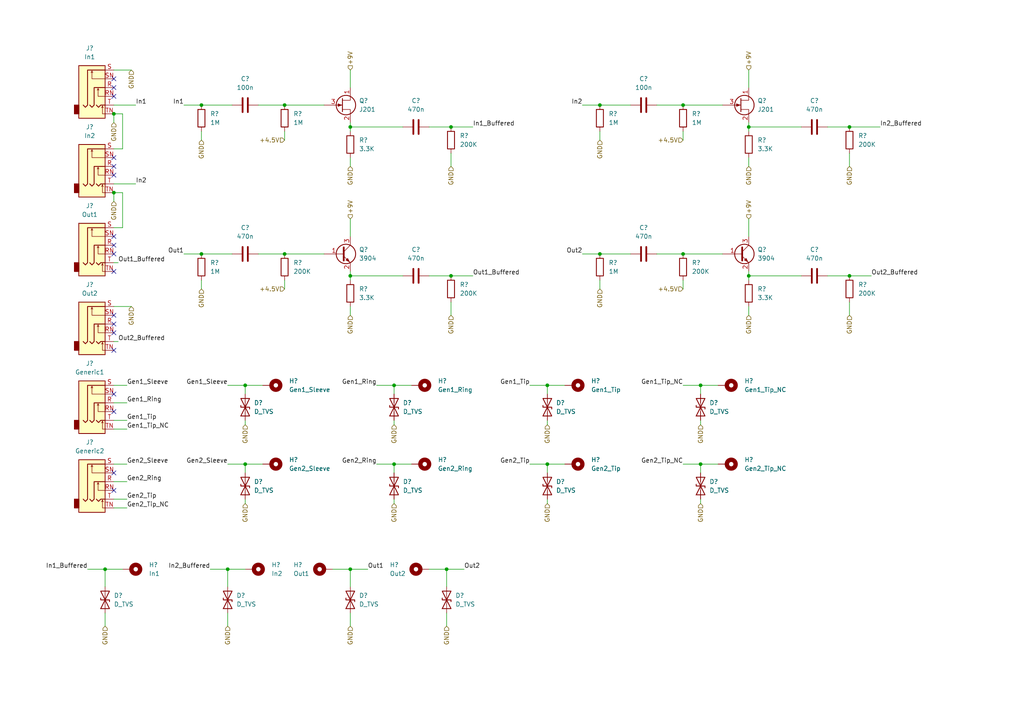
<source format=kicad_sch>
(kicad_sch (version 20211123) (generator eeschema)
  (paper "A4")
  (lib_symbols
    (symbol "Connector:AudioJack3_Switch"
      (property "Reference" "J" (at 0 11.43 0))
      (property "Value" "AudioJack3_Switch" (at 0 8.89 0))
      (symbol "AudioJack3_Switch_0_1"
        (rectangle (start -5.08 -5.08) (end -6.35 -7.62) (stroke (width 0.254)) (fill (type outline)))
        (polyline (pts (xy -1.27 4.826) (xy -1.016 4.318)))
        (polyline (pts (xy 0.508 -0.254) (xy 0.762 -0.762)))
        (polyline (pts (xy 1.778 -5.334) (xy 2.032 -5.842)))
        (polyline (pts (xy 0 -5.08) (xy 0.635 -5.715) (xy 1.27 -5.08) (xy 2.54 -5.08)) (stroke (width 0.254)))
        (polyline (pts (xy 2.54 -7.62) (xy 1.778 -7.62) (xy 1.778 -5.334) (xy 1.524 -5.842)))
        (polyline (pts (xy 2.54 -2.54) (xy 0.508 -2.54) (xy 0.508 -0.254) (xy 0.254 -0.762)))
        (polyline (pts (xy 2.54 2.54) (xy -1.27 2.54) (xy -1.27 4.826) (xy -1.524 4.318)))
        (polyline (pts (xy -1.905 -5.08) (xy -1.27 -5.715) (xy -0.635 -5.08) (xy -0.635 0) (xy 2.54 0)) (stroke (width 0.254)))
        (polyline (pts (xy 2.54 5.08) (xy -2.54 5.08) (xy -2.54 -5.08) (xy -3.175 -5.715) (xy -3.81 -5.08)) (stroke (width 0.254)))
        (rectangle (start 2.54 6.35) (end -5.08 -8.89) (stroke (width 0.254)) (fill (type background)))
      )
      (symbol "AudioJack3_Switch_1_1"
        (pin passive line (at 5.08 0 180) (length 2.54) (name "~") (number "R"))
        (pin passive line (at 5.08 -2.54 180) (length 2.54) (name "~") (number "RN"))
        (pin passive line (at 5.08 5.08 180) (length 2.54) (name "~") (number "S"))
        (pin passive line (at 5.08 2.54 180) (length 2.54) (name "~") (number "SN"))
        (pin passive line (at 5.08 -5.08 180) (length 2.54) (name "~") (number "T"))
        (pin passive line (at 5.08 -7.62 180) (length 2.54) (name "~") (number "TN"))
      )
    )
    (symbol "Device:C" (pin_numbers hide) (pin_names (offset 0.254))
      (property "Reference" "C" (at 0.635 2.54 0))
      (property "Value" "C" (at 0.635 -2.54 0))
      (symbol "C_0_1"
        (polyline (pts (xy -2.032 -0.762) (xy 2.032 -0.762)) (stroke (width 0.508)))
        (polyline (pts (xy -2.032 0.762) (xy 2.032 0.762)) (stroke (width 0.508)))
      )
      (symbol "C_1_1"
        (pin passive line (at 0 3.81 270) (length 2.794) (name "~") (number "1"))
        (pin passive line (at 0 -3.81 90) (length 2.794) (name "~") (number "2"))
      )
    )
    (symbol "Device:D_TVS" (pin_numbers hide) (pin_names (offset 1.016) hide)
      (property "Reference" "D" (at 0 2.54 0))
      (property "Value" "D_TVS" (at 0 -2.54 0))
      (symbol "D_TVS_0_1"
        (polyline (pts (xy 1.27 0) (xy -1.27 0)))
        (polyline (pts (xy 0.508 1.27) (xy 0 1.27) (xy 0 -1.27) (xy -0.508 -1.27)) (stroke (width 0.254)))
        (polyline (pts (xy -2.54 1.27) (xy -2.54 -1.27) (xy 2.54 1.27) (xy 2.54 -1.27) (xy -2.54 1.27)) (stroke (width 0.254)))
      )
      (symbol "D_TVS_1_1"
        (pin passive line (at -3.81 0 0) (length 2.54) (name "A1") (number "1"))
        (pin passive line (at 3.81 0 180) (length 2.54) (name "A2") (number "2"))
      )
    )
    (symbol "Device:Q_NJFET_DSG" (pin_names (offset 0) hide)
      (property "Reference" "Q" (at 5.08 1.27 0))
      (property "Value" "Q_NJFET_DSG" (at 5.08 -1.27 0))
      (symbol "Q_NJFET_DSG_0_1"
        (polyline (pts (xy 0.254 1.905) (xy 0.254 -1.905) (xy 0.254 -1.905)) (stroke (width 0.254)))
        (polyline (pts (xy 2.54 -2.54) (xy 2.54 -1.27) (xy 0.254 -1.27)))
        (polyline (pts (xy 2.54 2.54) (xy 2.54 1.397) (xy 0.254 1.397)))
        (polyline (pts (xy 0 0) (xy -1.016 0.381) (xy -1.016 -0.381) (xy 0 0)) (fill (type outline)))
        (circle (center 1.27 0) (radius 2.8194) (stroke (width 0.254)))
      )
      (symbol "Q_NJFET_DSG_1_1"
        (pin passive line (at 2.54 5.08 270) (length 2.54) (name "D") (number "1"))
        (pin passive line (at 2.54 -5.08 90) (length 2.54) (name "S") (number "2"))
        (pin input line (at -5.08 0 0) (length 5.334) (name "G") (number "3"))
      )
    )
    (symbol "Device:Q_NPN_BEC" (pin_names (offset 0) hide)
      (property "Reference" "Q" (at 5.08 1.27 0))
      (property "Value" "Q_NPN_BEC" (at 5.08 -1.27 0))
      (symbol "Q_NPN_BEC_0_1"
        (polyline (pts (xy 0.635 0.635) (xy 2.54 2.54)))
        (polyline (pts (xy 0.635 -0.635) (xy 2.54 -2.54) (xy 2.54 -2.54)))
        (polyline (pts (xy 0.635 1.905) (xy 0.635 -1.905) (xy 0.635 -1.905)) (stroke (width 0.508)))
        (polyline (pts (xy 1.27 -1.778) (xy 1.778 -1.27) (xy 2.286 -2.286) (xy 1.27 -1.778) (xy 1.27 -1.778)) (fill (type outline)))
        (circle (center 1.27 0) (radius 2.8194) (stroke (width 0.254)))
      )
      (symbol "Q_NPN_BEC_1_1"
        (pin input line (at -5.08 0 0) (length 5.715) (name "B") (number "1"))
        (pin passive line (at 2.54 -5.08 90) (length 2.54) (name "E") (number "2"))
        (pin passive line (at 2.54 5.08 270) (length 2.54) (name "C") (number "3"))
      )
    )
    (symbol "Device:R" (pin_numbers hide) (pin_names (offset 0))
      (property "Reference" "R" (at 2.032 0 90))
      (property "Value" "R" (at 0 0 90))
      (symbol "R_0_1"
        (rectangle (start -1.016 -2.54) (end 1.016 2.54) (stroke (width 0.254)))
      )
      (symbol "R_1_1"
        (pin passive line (at 0 3.81 270) (length 1.27) (name "~") (number "1"))
        (pin passive line (at 0 -3.81 90) (length 1.27) (name "~") (number "2"))
      )
    )
    (symbol "Mechanical:MountingHole_Pad" (pin_numbers hide) (pin_names (offset 1.016) hide)
      (property "Reference" "H" (at 0 6.35 0))
      (property "Value" "MountingHole_Pad" (at 0 4.445 0))
      (symbol "MountingHole_Pad_0_1"
        (circle (center 0 1.27) (radius 1.27) (stroke (width 1.27)))
      )
      (symbol "MountingHole_Pad_1_1"
        (pin input line (at 0 -2.54 90) (length 2.54) (name "1") (number "1"))
      )
    )
  )
  (junction (at 173.99 73.66))
  (junction (at 82.55 73.66))
  (junction (at 82.55 30.48))
  (junction (at 217.17 36.83))
  (junction (at 217.17 80.01))
  (junction (at 173.99 30.48))
  (junction (at 246.38 80.01))
  (junction (at 198.12 30.48))
  (junction (at 203.2 111.76))
  (junction (at 66.04 165.1))
  (junction (at 246.38 36.83))
  (junction (at 30.48 165.1))
  (junction (at 114.3 111.76))
  (junction (at 198.12 73.66))
  (junction (at 71.12 134.62))
  (junction (at 101.6 36.83))
  (junction (at 130.81 36.83))
  (junction (at 158.75 111.76))
  (junction (at 158.75 134.62))
  (junction (at 58.42 30.48))
  (junction (at 203.2 134.62))
  (junction (at 58.42 73.66))
  (junction (at 101.6 80.01))
  (junction (at 71.12 111.76))
  (junction (at 101.6 165.1))
  (junction (at 33.02 55.88))
  (junction (at 33.02 33.02))
  (junction (at 129.54 165.1))
  (junction (at 114.3 134.62))
  (junction (at 130.81 80.01))
  (no_connect (at 33.02 96.52))
  (no_connect (at 33.02 25.4))
  (no_connect (at 33.02 22.86))
  (no_connect (at 33.02 50.8))
  (no_connect (at 33.02 73.66))
  (no_connect (at 33.02 45.72))
  (no_connect (at 33.02 78.74))
  (no_connect (at 33.02 119.38))
  (no_connect (at 33.02 93.98))
  (no_connect (at 33.02 101.6))
  (no_connect (at 33.02 91.44))
  (no_connect (at 33.02 142.24))
  (no_connect (at 33.02 68.58))
  (no_connect (at 33.02 27.94))
  (no_connect (at 33.02 137.16))
  (no_connect (at 33.02 71.12))
  (no_connect (at 33.02 48.26))
  (no_connect (at 33.02 114.3))
  (wire (pts (xy 217.17 80.01) (xy 217.17 81.28)))
  (wire (pts (xy 217.17 80.01) (xy 232.41 80.01)))
  (wire (pts (xy 217.17 20.32) (xy 217.17 25.4)))
  (wire (pts (xy 101.6 88.9) (xy 101.6 91.44)))
  (wire (pts (xy 114.3 121.92) (xy 114.3 123.19)))
  (wire (pts (xy 190.5 73.66) (xy 198.12 73.66)))
  (wire (pts (xy 25.4 165.1) (xy 30.48 165.1)))
  (wire (pts (xy 33.02 134.62) (xy 36.83 134.62)))
  (wire (pts (xy 58.42 30.48) (xy 67.31 30.48)))
  (wire (pts (xy 173.99 73.66) (xy 182.88 73.66)))
  (wire (pts (xy 168.91 73.66) (xy 173.99 73.66)))
  (wire (pts (xy 153.67 111.76) (xy 158.75 111.76)))
  (wire (pts (xy 33.02 147.32) (xy 36.83 147.32)))
  (wire (pts (xy 246.38 44.45) (xy 246.38 48.26)))
  (wire (pts (xy 173.99 38.1) (xy 173.99 40.64)))
  (wire (pts (xy 60.96 165.1) (xy 66.04 165.1)))
  (wire (pts (xy 217.17 36.83) (xy 217.17 38.1)))
  (wire (pts (xy 101.6 36.83) (xy 101.6 38.1)))
  (wire (pts (xy 35.56 66.04) (xy 33.02 66.04)))
  (wire (pts (xy 58.42 38.1) (xy 58.42 40.64)))
  (wire (pts (xy 30.48 165.1) (xy 30.48 170.18)))
  (wire (pts (xy 71.12 134.62) (xy 76.2 134.62)))
  (wire (pts (xy 240.03 80.01) (xy 246.38 80.01)))
  (wire (pts (xy 198.12 81.28) (xy 198.12 83.82)))
  (wire (pts (xy 203.2 111.76) (xy 208.28 111.76)))
  (wire (pts (xy 158.75 144.78) (xy 158.75 146.05)))
  (wire (pts (xy 158.75 134.62) (xy 158.75 137.16)))
  (wire (pts (xy 33.02 20.32) (xy 38.1 20.32)))
  (wire (pts (xy 124.46 80.01) (xy 130.81 80.01)))
  (wire (pts (xy 190.5 30.48) (xy 198.12 30.48)))
  (wire (pts (xy 101.6 165.1) (xy 106.68 165.1)))
  (wire (pts (xy 33.02 116.84) (xy 36.83 116.84)))
  (wire (pts (xy 101.6 78.74) (xy 101.6 80.01)))
  (wire (pts (xy 58.42 73.66) (xy 67.31 73.66)))
  (wire (pts (xy 114.3 144.78) (xy 114.3 146.05)))
  (wire (pts (xy 71.12 111.76) (xy 76.2 111.76)))
  (wire (pts (xy 35.56 33.02) (xy 33.02 33.02)))
  (wire (pts (xy 71.12 134.62) (xy 71.12 137.16)))
  (wire (pts (xy 53.34 30.48) (xy 58.42 30.48)))
  (wire (pts (xy 114.3 134.62) (xy 114.3 137.16)))
  (wire (pts (xy 203.2 134.62) (xy 208.28 134.62)))
  (wire (pts (xy 33.02 55.88) (xy 33.02 58.42)))
  (wire (pts (xy 109.22 134.62) (xy 114.3 134.62)))
  (wire (pts (xy 33.02 111.76) (xy 36.83 111.76)))
  (wire (pts (xy 33.02 124.46) (xy 36.83 124.46)))
  (wire (pts (xy 217.17 63.5) (xy 217.17 68.58)))
  (wire (pts (xy 101.6 177.8) (xy 101.6 181.61)))
  (wire (pts (xy 158.75 134.62) (xy 163.83 134.62)))
  (wire (pts (xy 33.02 33.02) (xy 33.02 35.56)))
  (wire (pts (xy 101.6 165.1) (xy 101.6 170.18)))
  (wire (pts (xy 33.02 30.48) (xy 39.37 30.48)))
  (wire (pts (xy 129.54 165.1) (xy 134.62 165.1)))
  (wire (pts (xy 217.17 78.74) (xy 217.17 80.01)))
  (wire (pts (xy 217.17 88.9) (xy 217.17 91.44)))
  (wire (pts (xy 33.02 43.18) (xy 35.56 43.18)))
  (wire (pts (xy 158.75 111.76) (xy 163.83 111.76)))
  (wire (pts (xy 30.48 165.1) (xy 35.56 165.1)))
  (wire (pts (xy 71.12 121.92) (xy 71.12 123.19)))
  (wire (pts (xy 198.12 73.66) (xy 209.55 73.66)))
  (wire (pts (xy 35.56 43.18) (xy 35.56 33.02)))
  (wire (pts (xy 33.02 88.9) (xy 38.1 88.9)))
  (wire (pts (xy 203.2 111.76) (xy 203.2 114.3)))
  (wire (pts (xy 96.52 165.1) (xy 101.6 165.1)))
  (wire (pts (xy 130.81 44.45) (xy 130.81 48.26)))
  (wire (pts (xy 124.46 36.83) (xy 130.81 36.83)))
  (wire (pts (xy 74.93 30.48) (xy 82.55 30.48)))
  (wire (pts (xy 71.12 111.76) (xy 71.12 114.3)))
  (wire (pts (xy 66.04 165.1) (xy 66.04 170.18)))
  (wire (pts (xy 82.55 30.48) (xy 93.98 30.48)))
  (wire (pts (xy 33.02 55.88) (xy 35.56 55.88)))
  (wire (pts (xy 101.6 63.5) (xy 101.6 68.58)))
  (wire (pts (xy 217.17 45.72) (xy 217.17 48.26)))
  (wire (pts (xy 109.22 111.76) (xy 114.3 111.76)))
  (wire (pts (xy 246.38 80.01) (xy 252.73 80.01)))
  (wire (pts (xy 33.02 139.7) (xy 36.83 139.7)))
  (wire (pts (xy 130.81 36.83) (xy 137.16 36.83)))
  (wire (pts (xy 33.02 53.34) (xy 39.37 53.34)))
  (wire (pts (xy 101.6 80.01) (xy 101.6 81.28)))
  (wire (pts (xy 158.75 111.76) (xy 158.75 114.3)))
  (wire (pts (xy 129.54 165.1) (xy 129.54 170.18)))
  (wire (pts (xy 130.81 80.01) (xy 137.16 80.01)))
  (wire (pts (xy 158.75 121.92) (xy 158.75 123.19)))
  (wire (pts (xy 101.6 45.72) (xy 101.6 48.26)))
  (wire (pts (xy 168.91 30.48) (xy 173.99 30.48)))
  (wire (pts (xy 33.02 121.92) (xy 36.83 121.92)))
  (wire (pts (xy 203.2 121.92) (xy 203.2 123.19)))
  (wire (pts (xy 173.99 30.48) (xy 182.88 30.48)))
  (wire (pts (xy 114.3 111.76) (xy 114.3 114.3)))
  (wire (pts (xy 66.04 177.8) (xy 66.04 181.61)))
  (wire (pts (xy 246.38 36.83) (xy 255.27 36.83)))
  (wire (pts (xy 58.42 81.28) (xy 58.42 83.82)))
  (wire (pts (xy 74.93 73.66) (xy 82.55 73.66)))
  (wire (pts (xy 53.34 73.66) (xy 58.42 73.66)))
  (wire (pts (xy 240.03 36.83) (xy 246.38 36.83)))
  (wire (pts (xy 217.17 35.56) (xy 217.17 36.83)))
  (wire (pts (xy 71.12 144.78) (xy 71.12 146.05)))
  (wire (pts (xy 114.3 134.62) (xy 119.38 134.62)))
  (wire (pts (xy 217.17 36.83) (xy 232.41 36.83)))
  (wire (pts (xy 33.02 144.78) (xy 36.83 144.78)))
  (wire (pts (xy 101.6 80.01) (xy 116.84 80.01)))
  (wire (pts (xy 173.99 81.28) (xy 173.99 83.82)))
  (wire (pts (xy 124.46 165.1) (xy 129.54 165.1)))
  (wire (pts (xy 198.12 111.76) (xy 203.2 111.76)))
  (wire (pts (xy 203.2 134.62) (xy 203.2 137.16)))
  (wire (pts (xy 246.38 87.63) (xy 246.38 91.44)))
  (wire (pts (xy 82.55 38.1) (xy 82.55 40.64)))
  (wire (pts (xy 129.54 177.8) (xy 129.54 181.61)))
  (wire (pts (xy 35.56 55.88) (xy 35.56 66.04)))
  (wire (pts (xy 130.81 87.63) (xy 130.81 91.44)))
  (wire (pts (xy 33.02 99.06) (xy 34.29 99.06)))
  (wire (pts (xy 82.55 81.28) (xy 82.55 83.82)))
  (wire (pts (xy 198.12 38.1) (xy 198.12 40.64)))
  (wire (pts (xy 66.04 165.1) (xy 71.12 165.1)))
  (wire (pts (xy 101.6 20.32) (xy 101.6 25.4)))
  (wire (pts (xy 66.04 111.76) (xy 71.12 111.76)))
  (wire (pts (xy 198.12 134.62) (xy 203.2 134.62)))
  (wire (pts (xy 114.3 111.76) (xy 119.38 111.76)))
  (wire (pts (xy 30.48 177.8) (xy 30.48 181.61)))
  (wire (pts (xy 203.2 144.78) (xy 203.2 146.05)))
  (wire (pts (xy 153.67 134.62) (xy 158.75 134.62)))
  (wire (pts (xy 82.55 73.66) (xy 93.98 73.66)))
  (wire (pts (xy 33.02 76.2) (xy 34.29 76.2)))
  (wire (pts (xy 198.12 30.48) (xy 209.55 30.48)))
  (wire (pts (xy 101.6 36.83) (xy 116.84 36.83)))
  (wire (pts (xy 66.04 134.62) (xy 71.12 134.62)))
  (wire (pts (xy 101.6 35.56) (xy 101.6 36.83)))
  (label "Gen2_Ring" (at 109.22 134.62 180))
  (label "Gen2_Tip" (at 36.83 144.78 0))
  (label "Gen2_Tip_NC" (at 36.83 147.32 0))
  (label "Gen2_Tip" (at 153.67 134.62 180))
  (label "In2_Buffered" (at 60.96 165.1 180))
  (label "In1_Buffered" (at 25.4 165.1 180))
  (label "Out1_Buffered" (at 34.29 76.2 0))
  (label "In2_Buffered" (at 255.27 36.83 0))
  (label "Gen2_Tip_NC" (at 198.12 134.62 180))
  (label "Out2_Buffered" (at 252.73 80.01 0))
  (label "Gen2_Sleeve" (at 66.04 134.62 180))
  (label "Gen1_Tip_NC" (at 36.83 124.46 0))
  (label "In2" (at 39.37 53.34 0))
  (label "Out2" (at 168.91 73.66 180))
  (label "Out1" (at 106.68 165.1 0))
  (label "Gen2_Ring" (at 36.83 139.7 0))
  (label "In2" (at 168.91 30.48 180))
  (label "Gen1_Ring" (at 36.83 116.84 0))
  (label "Gen1_Tip" (at 153.67 111.76 180))
  (label "Gen1_Tip_NC" (at 198.12 111.76 180))
  (label "In1_Buffered" (at 137.16 36.83 0))
  (label "Out1_Buffered" (at 137.16 80.01 0))
  (label "Gen1_Sleeve" (at 36.83 111.76 0))
  (label "Out2" (at 134.62 165.1 0))
  (label "In1" (at 39.37 30.48 0))
  (label "Out1" (at 53.34 73.66 180))
  (label "Gen2_Sleeve" (at 36.83 134.62 0))
  (label "Gen1_Tip" (at 36.83 121.92 0))
  (label "Gen1_Ring" (at 109.22 111.76 180))
  (label "Out2_Buffered" (at 34.29 99.06 0))
  (label "In1" (at 53.34 30.48 180))
  (label "Gen1_Sleeve" (at 66.04 111.76 180))
  (hierarchical_label "GND" (shape input) (at 38.1 20.32 270))
  (hierarchical_label "GND" (shape input) (at 217.17 91.44 270))
  (hierarchical_label "GND" (shape input) (at 114.3 123.19 270))
  (hierarchical_label "GND" (shape input) (at 58.42 83.82 270))
  (hierarchical_label "GND" (shape input) (at 30.48 181.61 270))
  (hierarchical_label "GND" (shape input) (at 246.38 91.44 270))
  (hierarchical_label "GND" (shape input) (at 130.81 91.44 270))
  (hierarchical_label "GND" (shape input) (at 246.38 48.26 270))
  (hierarchical_label "GND" (shape input) (at 203.2 146.05 270))
  (hierarchical_label "+9V" (shape input) (at 101.6 20.32 90))
  (hierarchical_label "GND" (shape input) (at 33.02 58.42 270))
  (hierarchical_label "GND" (shape input) (at 33.02 35.56 270))
  (hierarchical_label "GND" (shape input) (at 101.6 48.26 270))
  (hierarchical_label "+9V" (shape input) (at 217.17 63.5 90))
  (hierarchical_label "GND" (shape input) (at 71.12 146.05 270))
  (hierarchical_label "GND" (shape input) (at 71.12 123.19 270))
  (hierarchical_label "GND" (shape input) (at 203.2 123.19 270))
  (hierarchical_label "GND" (shape input) (at 158.75 146.05 270))
  (hierarchical_label "GND" (shape input) (at 173.99 83.82 270))
  (hierarchical_label "+9V" (shape input) (at 101.6 63.5 90))
  (hierarchical_label "GND" (shape input) (at 129.54 181.61 270))
  (hierarchical_label "GND" (shape input) (at 217.17 48.26 270))
  (hierarchical_label "+9V" (shape input) (at 217.17 20.32 90))
  (hierarchical_label "GND" (shape input) (at 58.42 40.64 270))
  (hierarchical_label "GND" (shape input) (at 173.99 40.64 270))
  (hierarchical_label "+4.5V" (shape input) (at 198.12 40.64 180))
  (hierarchical_label "GND" (shape input) (at 101.6 181.61 270))
  (hierarchical_label "GND" (shape input) (at 114.3 146.05 270))
  (hierarchical_label "GND" (shape input) (at 130.81 48.26 270))
  (hierarchical_label "+4.5V" (shape input) (at 198.12 83.82 180))
  (hierarchical_label "+4.5V" (shape input) (at 82.55 40.64 180))
  (hierarchical_label "GND" (shape input) (at 101.6 91.44 270))
  (hierarchical_label "GND" (shape input) (at 158.75 123.19 270))
  (hierarchical_label "+4.5V" (shape input) (at 82.55 83.82 180))
  (hierarchical_label "GND" (shape input) (at 38.1 88.9 270))
  (hierarchical_label "GND" (shape input) (at 66.04 181.61 270))
  (symbol (lib_id "Mechanical:MountingHole_Pad") (at 73.66 165.1 270) (unit 1)
    (property "Reference" "H?" (at 78.74 163.83 90) (effects (justify left)))
    (property "Value" "In2" (at 78.74 166.37 90) (effects (justify left)))
    (property "Footprint" "MountingHole:MountingHole_4.3mm_M4_Pad_TopBottom" (effects hide))
  )
  (symbol (lib_id "Device:R") (at 58.42 34.29 0) (unit 1)
    (property "Reference" "R?" (at 60.96 33.0199 0) (effects (justify left)))
    (property "Value" "1M" (at 60.96 35.5599 0) (effects (justify left)))
    (property "Footprint" "Resistor_SMD:R_0603_1608Metric_Pad0.98x0.95mm_HandSolder" (effects hide))
  )
  (symbol (lib_id "Device:Q_NJFET_DSG") (at 99.06 30.48 0) (unit 1)
    (property "Reference" "Q?" (at 104.14 29.2099 0) (effects (justify left)))
    (property "Value" "J201" (at 104.14 31.7499 0) (effects (justify left)))
    (property "Footprint" "Package_TO_SOT_SMD:SOT-23_Handsoldering" (effects hide))
  )
  (symbol (lib_id "Device:R") (at 130.81 83.82 0) (unit 1)
    (property "Reference" "R?" (at 133.35 82.5499 0) (effects (justify left)))
    (property "Value" "200K" (at 133.35 85.0899 0) (effects (justify left)))
    (property "Footprint" "Resistor_SMD:R_0603_1608Metric_Pad0.98x0.95mm_HandSolder" (effects hide))
  )
  (symbol (lib_id "Device:R") (at 101.6 85.09 0) (unit 1)
    (property "Reference" "R?" (at 104.14 83.8199 0) (effects (justify left)))
    (property "Value" "3.3K" (at 104.14 86.3599 0) (effects (justify left)))
    (property "Footprint" "Resistor_SMD:R_0603_1608Metric_Pad0.98x0.95mm_HandSolder" (effects hide))
  )
  (symbol (lib_id "Device:D_TVS") (at 71.12 118.11 90) (unit 1)
    (property "Reference" "D?" (at 73.66 116.8399 90) (effects (justify right)))
    (property "Value" "D_TVS" (at 73.66 119.3799 90) (effects (justify right)))
    (property "Footprint" "Diode_SMD:D_SOD-323_HandSoldering" (effects hide))
  )
  (symbol (lib_id "Device:R") (at 101.6 41.91 0) (unit 1)
    (property "Reference" "R?" (at 104.14 40.6399 0) (effects (justify left)))
    (property "Value" "3.3K" (at 104.14 43.1799 0) (effects (justify left)))
    (property "Footprint" "Resistor_SMD:R_0603_1608Metric_Pad0.98x0.95mm_HandSolder" (effects hide))
  )
  (symbol (lib_id "Device:C") (at 186.69 73.66 90) (unit 1)
    (property "Reference" "C?" (at 186.69 66.04 90))
    (property "Value" "470n" (at 186.69 68.58 90))
    (property "Footprint" "Capacitor_SMD:C_0805_2012Metric_Pad1.18x1.45mm_HandSolder" (effects hide))
  )
  (symbol (lib_id "Connector:AudioJack3_Switch") (at 27.94 48.26 0) (unit 1)
    (property "Reference" "J?" (at 26.035 36.83 0))
    (property "Value" "In2" (at 26.035 39.37 0))
    (property "Footprint" "Connector_Audio:Jack_6.35mm_Neutrik_NMJ6HCD2_Horizontal" (effects hide))
  )
  (symbol (lib_id "Device:D_TVS") (at 158.75 140.97 90) (unit 1)
    (property "Reference" "D?" (at 161.29 139.6999 90) (effects (justify right)))
    (property "Value" "D_TVS" (at 161.29 142.2399 90) (effects (justify right)))
    (property "Footprint" "Diode_SMD:D_SOD-323_HandSoldering" (effects hide))
  )
  (symbol (lib_id "Mechanical:MountingHole_Pad") (at 93.98 165.1 90) (unit 1)
    (property "Reference" "H?" (at 85.09 163.83 90) (effects (justify right)))
    (property "Value" "Out1" (at 85.09 166.37 90) (effects (justify right)))
    (property "Footprint" "MountingHole:MountingHole_4.3mm_M4_Pad_TopBottom" (effects hide))
  )
  (symbol (lib_id "Mechanical:MountingHole_Pad") (at 38.1 165.1 270) (unit 1)
    (property "Reference" "H?" (at 43.18 163.83 90) (effects (justify left)))
    (property "Value" "In1" (at 43.18 166.37 90) (effects (justify left)))
    (property "Footprint" "MountingHole:MountingHole_4.3mm_M4_Pad_TopBottom" (effects hide))
  )
  (symbol (lib_id "Mechanical:MountingHole_Pad") (at 210.82 134.62 270) (unit 1)
    (property "Reference" "H?" (at 215.9 133.35 90) (effects (justify left)))
    (property "Value" "Gen2_Tip_NC" (at 215.9 135.89 90) (effects (justify left)))
    (property "Footprint" "MountingHole:MountingHole_4.3mm_M4_Pad_TopBottom" (effects hide))
  )
  (symbol (lib_id "Connector:AudioJack3_Switch") (at 27.94 116.84 0) (unit 1)
    (property "Reference" "J?" (at 26.035 105.41 0))
    (property "Value" "Generic1" (at 26.035 107.95 0))
    (property "Footprint" "Connector_Audio:Jack_6.35mm_Neutrik_NMJ6HCD2_Horizontal" (effects hide))
  )
  (symbol (lib_id "Connector:AudioJack3_Switch") (at 27.94 25.4 0) (unit 1)
    (property "Reference" "J?" (at 26.035 13.97 0))
    (property "Value" "In1" (at 26.035 16.51 0))
    (property "Footprint" "Connector_Audio:Jack_6.35mm_Neutrik_NMJ6HCD2_Horizontal" (effects hide))
  )
  (symbol (lib_id "Mechanical:MountingHole_Pad") (at 121.92 111.76 270) (unit 1)
    (property "Reference" "H?" (at 127 110.49 90) (effects (justify left)))
    (property "Value" "Gen1_Ring" (at 127 113.03 90) (effects (justify left)))
    (property "Footprint" "MountingHole:MountingHole_4.3mm_M4_Pad_TopBottom" (effects hide))
  )
  (symbol (lib_id "Device:D_TVS") (at 158.75 118.11 90) (unit 1)
    (property "Reference" "D?" (at 161.29 116.8399 90) (effects (justify right)))
    (property "Value" "D_TVS" (at 161.29 119.3799 90) (effects (justify right)))
    (property "Footprint" "Diode_SMD:D_SOD-323_HandSoldering" (effects hide))
  )
  (symbol (lib_id "Device:D_TVS") (at 129.54 173.99 90) (unit 1)
    (property "Reference" "D?" (at 132.08 172.7199 90) (effects (justify right)))
    (property "Value" "D_TVS" (at 132.08 175.2599 90) (effects (justify right)))
    (property "Footprint" "Diode_SMD:D_SOD-323_HandSoldering" (effects hide))
  )
  (symbol (lib_id "Mechanical:MountingHole_Pad") (at 121.92 165.1 90) (unit 1)
    (property "Reference" "H?" (at 113.03 163.83 90) (effects (justify right)))
    (property "Value" "Out2" (at 113.03 166.37 90) (effects (justify right)))
    (property "Footprint" "MountingHole:MountingHole_4.3mm_M4_Pad_TopBottom" (effects hide))
  )
  (symbol (lib_id "Device:D_TVS") (at 203.2 118.11 90) (unit 1)
    (property "Reference" "D?" (at 205.74 116.8399 90) (effects (justify right)))
    (property "Value" "D_TVS" (at 205.74 119.3799 90) (effects (justify right)))
    (property "Footprint" "Diode_SMD:D_SOD-323_HandSoldering" (effects hide))
  )
  (symbol (lib_id "Device:R") (at 217.17 85.09 0) (unit 1)
    (property "Reference" "R?" (at 219.71 83.8199 0) (effects (justify left)))
    (property "Value" "3.3K" (at 219.71 86.3599 0) (effects (justify left)))
    (property "Footprint" "Resistor_SMD:R_0603_1608Metric_Pad0.98x0.95mm_HandSolder" (effects hide))
  )
  (symbol (lib_id "Mechanical:MountingHole_Pad") (at 78.74 134.62 270) (unit 1)
    (property "Reference" "H?" (at 83.82 133.35 90) (effects (justify left)))
    (property "Value" "Gen2_Sleeve" (at 83.82 135.89 90) (effects (justify left)))
    (property "Footprint" "MountingHole:MountingHole_4.3mm_M4_Pad_TopBottom" (effects hide))
  )
  (symbol (lib_id "Device:C") (at 236.22 36.83 90) (unit 1)
    (property "Reference" "C?" (at 236.22 29.21 90))
    (property "Value" "470n" (at 236.22 31.75 90))
    (property "Footprint" "Capacitor_SMD:C_0805_2012Metric_Pad1.18x1.45mm_HandSolder" (effects hide))
  )
  (symbol (lib_id "Device:R") (at 58.42 77.47 0) (unit 1)
    (property "Reference" "R?" (at 60.96 76.1999 0) (effects (justify left)))
    (property "Value" "1M" (at 60.96 78.7399 0) (effects (justify left)))
    (property "Footprint" "Resistor_SMD:R_0603_1608Metric_Pad0.98x0.95mm_HandSolder" (effects hide))
  )
  (symbol (lib_id "Device:C") (at 71.12 73.66 90) (unit 1)
    (property "Reference" "C?" (at 71.12 66.04 90))
    (property "Value" "470n" (at 71.12 68.58 90))
    (property "Footprint" "Capacitor_SMD:C_0805_2012Metric_Pad1.18x1.45mm_HandSolder" (effects hide))
  )
  (symbol (lib_id "Device:C") (at 71.12 30.48 90) (unit 1)
    (property "Reference" "C?" (at 71.12 22.86 90))
    (property "Value" "100n" (at 71.12 25.4 90))
    (property "Footprint" "Capacitor_SMD:C_0805_2012Metric_Pad1.18x1.45mm_HandSolder" (effects hide))
  )
  (symbol (lib_id "Device:D_TVS") (at 114.3 118.11 90) (unit 1)
    (property "Reference" "D?" (at 116.84 116.8399 90) (effects (justify right)))
    (property "Value" "D_TVS" (at 116.84 119.3799 90) (effects (justify right)))
    (property "Footprint" "Diode_SMD:D_SOD-323_HandSoldering" (effects hide))
  )
  (symbol (lib_id "Device:R") (at 198.12 34.29 0) (unit 1)
    (property "Reference" "R?" (at 200.66 33.0199 0) (effects (justify left)))
    (property "Value" "1M" (at 200.66 35.5599 0) (effects (justify left)))
    (property "Footprint" "Resistor_SMD:R_0603_1608Metric_Pad0.98x0.95mm_HandSolder" (effects hide))
  )
  (symbol (lib_id "Device:Q_NJFET_DSG") (at 214.63 30.48 0) (unit 1)
    (property "Reference" "Q?" (at 219.71 29.2099 0) (effects (justify left)))
    (property "Value" "J201" (at 219.71 31.7499 0) (effects (justify left)))
    (property "Footprint" "Package_TO_SOT_SMD:SOT-23_Handsoldering" (effects hide))
  )
  (symbol (lib_id "Mechanical:MountingHole_Pad") (at 121.92 134.62 270) (unit 1)
    (property "Reference" "H?" (at 127 133.35 90) (effects (justify left)))
    (property "Value" "Gen2_Ring" (at 127 135.89 90) (effects (justify left)))
    (property "Footprint" "MountingHole:MountingHole_4.3mm_M4_Pad_TopBottom" (effects hide))
  )
  (symbol (lib_id "Device:R") (at 246.38 83.82 0) (unit 1)
    (property "Reference" "R?" (at 248.92 82.5499 0) (effects (justify left)))
    (property "Value" "200K" (at 248.92 85.0899 0) (effects (justify left)))
    (property "Footprint" "Resistor_SMD:R_0603_1608Metric_Pad0.98x0.95mm_HandSolder" (effects hide))
  )
  (symbol (lib_id "Connector:AudioJack3_Switch") (at 27.94 93.98 0) (unit 1)
    (property "Reference" "J?" (at 26.035 82.55 0))
    (property "Value" "Out2" (at 26.035 85.09 0))
    (property "Footprint" "Connector_Audio:Jack_6.35mm_Neutrik_NMJ6HCD2_Horizontal" (effects hide))
  )
  (symbol (lib_id "Device:C") (at 120.65 36.83 90) (unit 1)
    (property "Reference" "C?" (at 120.65 29.21 90))
    (property "Value" "470n" (at 120.65 31.75 90))
    (property "Footprint" "Capacitor_SMD:C_0805_2012Metric_Pad1.18x1.45mm_HandSolder" (effects hide))
  )
  (symbol (lib_id "Device:C") (at 120.65 80.01 90) (unit 1)
    (property "Reference" "C?" (at 120.65 72.39 90))
    (property "Value" "470n" (at 120.65 74.93 90))
    (property "Footprint" "Capacitor_SMD:C_0805_2012Metric_Pad1.18x1.45mm_HandSolder" (effects hide))
  )
  (symbol (lib_id "Device:R") (at 82.55 77.47 0) (unit 1)
    (property "Reference" "R?" (at 85.09 76.1999 0) (effects (justify left)))
    (property "Value" "200K" (at 85.09 78.7399 0) (effects (justify left)))
    (property "Footprint" "Resistor_SMD:R_0603_1608Metric_Pad0.98x0.95mm_HandSolder" (effects hide))
  )
  (symbol (lib_id "Mechanical:MountingHole_Pad") (at 78.74 111.76 270) (unit 1)
    (property "Reference" "H?" (at 83.82 110.49 90) (effects (justify left)))
    (property "Value" "Gen1_Sleeve" (at 83.82 113.03 90) (effects (justify left)))
    (property "Footprint" "MountingHole:MountingHole_4.3mm_M4_Pad_TopBottom" (effects hide))
  )
  (symbol (lib_id "Mechanical:MountingHole_Pad") (at 166.37 111.76 270) (unit 1)
    (property "Reference" "H?" (at 171.45 110.49 90) (effects (justify left)))
    (property "Value" "Gen1_Tip" (at 171.45 113.03 90) (effects (justify left)))
    (property "Footprint" "MountingHole:MountingHole_4.3mm_M4_Pad_TopBottom" (effects hide))
  )
  (symbol (lib_id "Device:D_TVS") (at 101.6 173.99 90) (unit 1)
    (property "Reference" "D?" (at 104.14 172.7199 90) (effects (justify right)))
    (property "Value" "D_TVS" (at 104.14 175.2599 90) (effects (justify right)))
    (property "Footprint" "Diode_SMD:D_SOD-323_HandSoldering" (effects hide))
  )
  (symbol (lib_id "Device:D_TVS") (at 203.2 140.97 90) (unit 1)
    (property "Reference" "D?" (at 205.74 139.6999 90) (effects (justify right)))
    (property "Value" "D_TVS" (at 205.74 142.2399 90) (effects (justify right)))
    (property "Footprint" "Diode_SMD:D_SOD-323_HandSoldering" (effects hide))
  )
  (symbol (lib_id "Device:R") (at 130.81 40.64 0) (unit 1)
    (property "Reference" "R?" (at 133.35 39.3699 0) (effects (justify left)))
    (property "Value" "200K" (at 133.35 41.9099 0) (effects (justify left)))
    (property "Footprint" "Resistor_SMD:R_0603_1608Metric_Pad0.98x0.95mm_HandSolder" (effects hide))
  )
  (symbol (lib_id "Device:D_TVS") (at 71.12 140.97 90) (unit 1)
    (property "Reference" "D?" (at 73.66 139.6999 90) (effects (justify right)))
    (property "Value" "D_TVS" (at 73.66 142.2399 90) (effects (justify right)))
    (property "Footprint" "Diode_SMD:D_SOD-323_HandSoldering" (effects hide))
  )
  (symbol (lib_id "Device:Q_NPN_BEC") (at 214.63 73.66 0) (unit 1)
    (property "Reference" "Q?" (at 219.71 72.3899 0) (effects (justify left)))
    (property "Value" "3904" (at 219.71 74.9299 0) (effects (justify left)))
    (property "Footprint" "Package_TO_SOT_SMD:SOT-23_Handsoldering" (effects hide))
  )
  (symbol (lib_id "Device:R") (at 173.99 34.29 0) (unit 1)
    (property "Reference" "R?" (at 176.53 33.0199 0) (effects (justify left)))
    (property "Value" "1M" (at 176.53 35.5599 0) (effects (justify left)))
    (property "Footprint" "Resistor_SMD:R_0603_1608Metric_Pad0.98x0.95mm_HandSolder" (effects hide))
  )
  (symbol (lib_id "Connector:AudioJack3_Switch") (at 27.94 71.12 0) (unit 1)
    (property "Reference" "J?" (at 26.035 59.69 0))
    (property "Value" "Out1" (at 26.035 62.23 0))
    (property "Footprint" "Connector_Audio:Jack_6.35mm_Neutrik_NMJ6HCD2_Horizontal" (effects hide))
  )
  (symbol (lib_id "Mechanical:MountingHole_Pad") (at 210.82 111.76 270) (unit 1)
    (property "Reference" "H?" (at 215.9 110.49 90) (effects (justify left)))
    (property "Value" "Gen1_Tip_NC" (at 215.9 113.03 90) (effects (justify left)))
    (property "Footprint" "MountingHole:MountingHole_4.3mm_M4_Pad_TopBottom" (effects hide))
  )
  (symbol (lib_id "Connector:AudioJack3_Switch") (at 27.94 139.7 0) (unit 1)
    (property "Reference" "J?" (at 26.035 128.27 0))
    (property "Value" "Generic2" (at 26.035 130.81 0))
    (property "Footprint" "Connector_Audio:Jack_6.35mm_Neutrik_NMJ6HCD2_Horizontal" (effects hide))
  )
  (symbol (lib_id "Mechanical:MountingHole_Pad") (at 166.37 134.62 270) (unit 1)
    (property "Reference" "H?" (at 171.45 133.35 90) (effects (justify left)))
    (property "Value" "Gen2_Tip" (at 171.45 135.89 90) (effects (justify left)))
    (property "Footprint" "MountingHole:MountingHole_4.3mm_M4_Pad_TopBottom" (effects hide))
  )
  (symbol (lib_id "Device:R") (at 82.55 34.29 0) (unit 1)
    (property "Reference" "R?" (at 85.09 33.0199 0) (effects (justify left)))
    (property "Value" "1M" (at 85.09 35.5599 0) (effects (justify left)))
    (property "Footprint" "Resistor_SMD:R_0603_1608Metric_Pad0.98x0.95mm_HandSolder" (effects hide))
  )
  (symbol (lib_id "Device:Q_NPN_BEC") (at 99.06 73.66 0) (unit 1)
    (property "Reference" "Q?" (at 104.14 72.3899 0) (effects (justify left)))
    (property "Value" "3904" (at 104.14 74.9299 0) (effects (justify left)))
    (property "Footprint" "Package_TO_SOT_SMD:SOT-23_Handsoldering" (effects hide))
  )
  (symbol (lib_id "Device:R") (at 198.12 77.47 0) (unit 1)
    (property "Reference" "R?" (at 200.66 76.1999 0) (effects (justify left)))
    (property "Value" "200K" (at 200.66 78.7399 0) (effects (justify left)))
    (property "Footprint" "Resistor_SMD:R_0603_1608Metric_Pad0.98x0.95mm_HandSolder" (effects hide))
  )
  (symbol (lib_id "Device:D_TVS") (at 30.48 173.99 90) (unit 1)
    (property "Reference" "D?" (at 33.02 172.7199 90) (effects (justify right)))
    (property "Value" "D_TVS" (at 33.02 175.2599 90) (effects (justify right)))
    (property "Footprint" "Diode_SMD:D_SOD-323_HandSoldering" (effects hide))
  )
  (symbol (lib_id "Device:C") (at 236.22 80.01 90) (unit 1)
    (property "Reference" "C?" (at 236.22 72.39 90))
    (property "Value" "470n" (at 236.22 74.93 90))
    (property "Footprint" "Capacitor_SMD:C_0805_2012Metric_Pad1.18x1.45mm_HandSolder" (effects hide))
  )
  (symbol (lib_id "Device:R") (at 173.99 77.47 0) (unit 1)
    (property "Reference" "R?" (at 176.53 76.1999 0) (effects (justify left)))
    (property "Value" "1M" (at 176.53 78.7399 0) (effects (justify left)))
    (property "Footprint" "Resistor_SMD:R_0603_1608Metric_Pad0.98x0.95mm_HandSolder" (effects hide))
  )
  (symbol (lib_id "Device:D_TVS") (at 114.3 140.97 90) (unit 1)
    (property "Reference" "D?" (at 116.84 139.6999 90) (effects (justify right)))
    (property "Value" "D_TVS" (at 116.84 142.2399 90) (effects (justify right)))
    (property "Footprint" "Diode_SMD:D_SOD-323_HandSoldering" (effects hide))
  )
  (symbol (lib_id "Device:C") (at 186.69 30.48 90) (unit 1)
    (property "Reference" "C?" (at 186.69 22.86 90))
    (property "Value" "100n" (at 186.69 25.4 90))
    (property "Footprint" "Capacitor_SMD:C_0805_2012Metric_Pad1.18x1.45mm_HandSolder" (effects hide))
  )
  (symbol (lib_id "Device:R") (at 246.38 40.64 0) (unit 1)
    (property "Reference" "R?" (at 248.92 39.3699 0) (effects (justify left)))
    (property "Value" "200K" (at 248.92 41.9099 0) (effects (justify left)))
    (property "Footprint" "Resistor_SMD:R_0603_1608Metric_Pad0.98x0.95mm_HandSolder" (effects hide))
  )
  (symbol (lib_id "Device:D_TVS") (at 66.04 173.99 90) (unit 1)
    (property "Reference" "D?" (at 68.58 172.7199 90) (effects (justify right)))
    (property "Value" "D_TVS" (at 68.58 175.2599 90) (effects (justify right)))
    (property "Footprint" "Diode_SMD:D_SOD-323_HandSoldering" (effects hide))
  )
  (symbol (lib_id "Device:R") (at 217.17 41.91 0) (unit 1)
    (property "Reference" "R?" (at 219.71 40.6399 0) (effects (justify left)))
    (property "Value" "3.3K" (at 219.71 43.1799 0) (effects (justify left)))
    (property "Footprint" "Resistor_SMD:R_0603_1608Metric_Pad0.98x0.95mm_HandSolder" (effects hide))
  )
)
</source>
